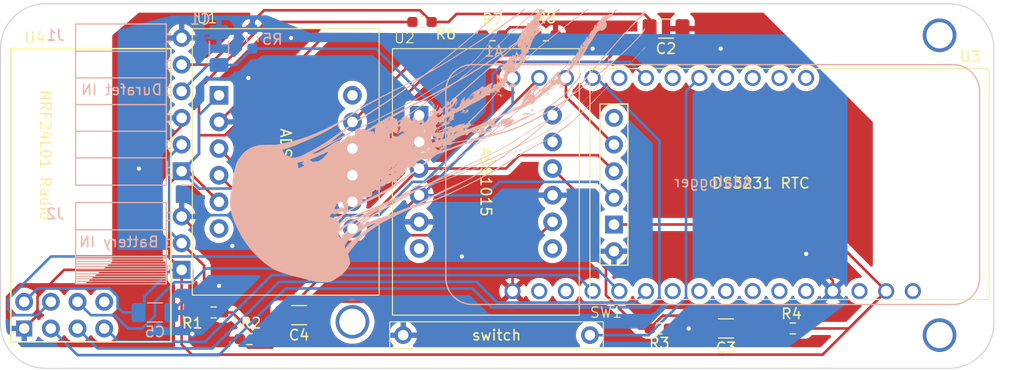
<source format=kicad_pcb>
(kicad_pcb (version 20221018) (generator pcbnew)
  (layers (0 "F.Cu" signal) (31 "B.Cu" signal) (34 "B.Paste" user) (35 "F.Paste" user) (36 "B.SilkS" user "B.Silkscreen") (37 "F.SilkS" user "F.Silkscreen") (38 "B.Mask" user) (39 "F.Mask" user) (44 "Edge.Cuts" user))
  (net 0 "")
  (net 1 "GND")
  (net 2 "Net-(A1-D6)")
  (net 3 "Net-(A1-D10)")
  (net 4 "SCK")
  (net 5 "MOSI")
  (net 6 "MISO")
  (net 8 "pH")
  (net 9 "Net-(U1-AIN3)")
  (net 10 "SDA")
  (net 11 "SCL")
  (net 12 "Net-(U2-AIN0)")
  (net 13 "Net-(U2-AIN2)")
  (net 15 "Net-(A1-D5)")
  (net 16 "Net-(A1-D12)")
  (net 17 "+BATT")
  (net 18 "-BATT")
  (net 37 "RTH_High")
  (footprint "Capacitor_SMD:C_1206_3216Metric_Pad1.33x1.80mm_HandSolder" (layer "F.Cu") (at 129.54 95.25)
    (fp_text reference "C4" (at 0 1.905) (layer "F.SilkS"))
    (fp_text value "C")
    (pad "1" smd roundrect (at -1.5625 0) (size 1.325 1.8) (layers "F.Cu" "F.Paste" "F.Mask") (roundrect_rratio 0.1886792453) (net 12 "Net-(U2-AIN0)"))
    (pad "2" smd roundrect (at 1.5625 0) (size 1.325 1.8) (layers "F.Cu" "F.Paste" "F.Mask") (roundrect_rratio 0.1886792453) (net 1 "GND"))
  )
  (footprint "Library:REED_amelia" (layer "F.Cu") (at 148.336 97.155)
    (fp_text reference "SW1" (at 10.414 -2.159 unlocked) (layer "F.SilkS") (effects (font (thickness 0.1))))
    (fp_text value "SW_Reed")
    (pad "1" thru_hole circle (at -8.89 0 90) (size 1.6764 1.6764) (drill 1) (layers "*.Cu" "*.Mask") (net 1 "GND"))
    (pad "2" thru_hole circle (at 8.89 0 90) (size 1.6764 1.6764) (drill 1) (layers "*.Cu" "*.Mask") (net 16 "Net-(A1-D12)"))
  )
  (footprint "Library:mountinghole_amelia" (layer "F.Cu") (at 190.5 68.58)
    (fp_text reference "REF**" hide)
    (fp_text value "mountinghole_amelia")
    (pad "P$1" thru_hole circle (at 0 0) (size 3.2 3.2) (drill 2.5) (layers "*.Cu" "*.Mask"))
  )
  (footprint "Resistor_SMD:R_0603_1608Metric_Pad0.98x0.95mm_HandSolder" (layer "F.Cu") (at 176.53 96.52 180)
    (fp_text reference "R4" (at 0.127 1.397) (layer "F.SilkS"))
    (fp_text value "R_US")
    (pad "1" smd roundrect (at -0.9125 0 180) (size 0.975 0.95) (layers "F.Cu" "F.Paste" "F.Mask") (net 17 "+BATT"))
    (pad "2" smd roundrect (at 0.9125 0 180) (size 0.975 0.95) (layers "F.Cu" "F.Paste" "F.Mask") (net 13 "Net-(U2-AIN2)"))
  )
  (footprint "Library:ADC_amelia_nomount" (layer "F.Cu") (at 128.27 80.645 -90)
    (fp_text reference "U1" (at -13.716 7.493 unlocked) (layer "F.SilkS") (effects (font (thickness 0.1))))
    (fp_text value "ADS_Ritger")
    (pad "1" thru_hole rect (at -6.35 6.35) (size 1.778 1.778) (drill 1) (layers "*.Cu" "*.Mask") (net 17 "+BATT"))
    (pad "2" thru_hole circle (at -3.81 6.35) (size 1.778 1.778) (drill 1) (layers "*.Cu" "*.Mask") (net 1 "GND"))
    (pad "3" thru_hole circle (at -1.27 6.35) (size 1.778 1.778) (drill 1) (layers "*.Cu" "*.Mask") (net 11 "SCL"))
    (pad "4" thru_hole circle (at 1.27 6.35) (size 1.778 1.778) (drill 1) (layers "*.Cu" "*.Mask") (net 10 "SDA"))
    (pad "5" thru_hole circle (at 3.81 6.35) (size 1.778 1.778) (drill 1) (layers "*.Cu" "*.Mask") (net 17 "+BATT"))
    (pad "6" thru_hole circle (at 6.35 6.35) (size 1.778 1.778) (drill 1) (layers "*.Cu" "*.Mask"))
    (pad "7" thru_hole circle (at -6.35 -6.35) (size 1.778 1.778) (drill 1) (layers "*.Cu" "*.Mask"))
    (pad "8" thru_hole circle (at -3.81 -6.35) (size 1.778 1.778) (drill 1) (layers "*.Cu" "*.Mask") (net 9 "Net-(U1-AIN3)"))
    (pad "9" thru_hole circle (at -1.27 -6.35) (size 1.778 1.778) (drill 1) (layers "*.Cu" "*.Mask") (net 37 "RTH_High"))
    (pad "10" thru_hole circle (at 1.27 -6.35) (size 1.778 1.778) (drill 1) (layers "*.Cu" "*.Mask") (net 1 "GND"))
    (pad "11" thru_hole circle (at 3.81 -6.35) (size 1.778 1.778) (drill 1) (layers "*.Cu" "*.Mask") (net 8 "pH"))
    (pad "12" thru_hole circle (at 6.35 -6.35) (size 1.778 1.778) (drill 1) (layers "*.Cu" "*.Mask"))
  )
  (footprint "Resistor_SMD:R_0603_1608Metric_Pad0.98x0.95mm_HandSolder" (layer "F.Cu") (at 153.035 68.58 180)
    (fp_text reference "R8" (at 0 1.651 180) (layer "F.SilkS"))
    (fp_text value "R_US")
    (pad "1" smd roundrect (at -0.9125 0 180) (size 0.975 0.95) (layers "F.Cu" "F.Paste" "F.Mask") (net 1 "GND"))
    (pad "2" smd roundrect (at 0.9125 0 180) (size 0.975 0.95) (layers "F.Cu" "F.Paste" "F.Mask") (net 9 "Net-(U1-AIN3)"))
  )
  (footprint "Capacitor_SMD:C_1206_3216Metric_Pad1.33x1.80mm_HandSolder" (layer "F.Cu") (at 164.465 67.945)
    (fp_text reference "C2" (at 0 1.905) (layer "F.SilkS"))
    (fp_text value "C")
    (pad "1" smd roundrect (at -1.5625 0) (size 1.325 1.8) (layers "F.Cu" "F.Paste" "F.Mask") (roundrect_rratio 0.1886792453) (net 37 "RTH_High"))
    (pad "2" smd roundrect (at 1.5625 0) (size 1.325 1.8) (layers "F.Cu" "F.Paste" "F.Mask") (roundrect_rratio 0.1886792453) (net 1 "GND"))
  )
  (footprint "Resistor_SMD:R_0603_1608Metric_Pad0.98x0.95mm_HandSolder" (layer "F.Cu") (at 163.83 96.52)
    (fp_text reference "R3" (at 0 1.397) (layer "F.SilkS"))
    (fp_text value "R_US")
    (pad "1" smd roundrect (at -0.9125 0) (size 0.975 0.95) (layers "F.Cu" "F.Paste" "F.Mask") (net 13 "Net-(U2-AIN2)"))
    (pad "2" smd roundrect (at 0.9125 0) (size 0.975 0.95) (layers "F.Cu" "F.Paste" "F.Mask") (net 1 "GND"))
  )
  (footprint "Library:mountinghole_amelia" (layer "F.Cu") (at 190.5 97.155)
    (fp_text reference "REF**" hide)
    (fp_text value "mountinghole_amelia")
    (pad "P$1" thru_hole circle (at 0 0) (size 3.2 3.2) (drill 2.5) (layers "*.Cu" "*.Mask"))
  )
  (footprint "Library:DS3231RTC_amelia" (layer "F.Cu") (at 159.258 73.944)
    (fp_text reference "U3" (at 34.163 -3.332) (layer "F.SilkS"))
    (fp_text value "DS3231MZ")
    (pad "1" thru_hole circle (at 0.254 2.51) (size 1.7 1.7) (drill 1) (layers "*.Cu" "*.Mask"))
    (pad "2" thru_hole oval (at 0.254 5.05) (size 1.7 1.7) (drill 1) (layers "*.Cu" "*.Mask") (net 15 "Net-(A1-D5)"))
    (pad "3" thru_hole oval (at 0.254 7.59) (size 1.7 1.7) (drill 1) (layers "*.Cu" "*.Mask") (net 11 "SCL"))
    (pad "4" thru_hole oval (at 0.254 10.13) (size 1.7 1.7) (drill 1) (layers "*.Cu" "*.Mask") (net 10 "SDA"))
    (pad "5" thru_hole rect (at 0.254 12.67) (size 1.7 1.7) (drill 1) (layers "*.Cu" "*.Mask") (net 17 "+BATT"))
    (pad "6" thru_hole oval (at 0.254 15.21) (size 1.7 1.7) (drill 1) (layers "*.Cu" "*.Mask") (net 1 "GND"))
  )
  (footprint "Library:ADC_amelia_nomount" (layer "F.Cu") (at 147.32 82.55 -90)
    (fp_text reference "U2" (at -13.716 7.747 unlocked) (layer "F.SilkS") (effects (font (thickness 0.1))))
    (fp_text value "ADS_Ritger")
    (pad "1" thru_hole rect (at -6.35 6.35) (size 1.778 1.778) (drill 1) (layers "*.Cu" "*.Mask") (net 17 "+BATT"))
    (pad "2" thru_hole circle (at -3.81 6.35) (size 1.778 1.778) (drill 1) (layers "*.Cu" "*.Mask") (net 1 "GND"))
    (pad "3" thru_hole circle (at -1.27 6.35) (size 1.778 1.778) (drill 1) (layers "*.Cu" "*.Mask") (net 11 "SCL"))
    (pad "4" thru_hole circle (at 1.27 6.35) (size 1.778 1.778) (drill 1) (layers "*.Cu" "*.Mask") (net 10 "SDA"))
    (pad "5" thru_hole circle (at 3.81 6.35) (size 1.778 1.778) (drill 1) (layers "*.Cu" "*.Mask") (net 1 "GND"))
    (pad "6" thru_hole circle (at 6.35 6.35) (size 1.778 1.778) (drill 1) (layers "*.Cu" "*.Mask"))
    (pad "7" thru_hole circle (at -6.35 -6.35) (size 1.778 1.778) (drill 1) (layers "*.Cu" "*.Mask"))
    (pad "8" thru_hole circle (at -3.81 -6.35) (size 1.778 1.778) (drill 1) (layers "*.Cu" "*.Mask"))
    (pad "9" thru_hole circle (at -1.27 -6.35) (size 1.778 1.778) (drill 1) (layers "*.Cu" "*.Mask") (net 13 "Net-(U2-AIN2)"))
    (pad "10" thru_hole circle (at 1.27 -6.35) (size 1.778 1.778) (drill 1) (layers "*.Cu" "*.Mask") (net 1 "GND"))
    (pad "11" thru_hole circle (at 3.81 -6.35) (size 1.778 1.778) (drill 1) (layers "*.Cu" "*.Mask") (net 12 "Net-(U2-AIN0)"))
    (pad "12" thru_hole circle (at 6.35 -6.35) (size 1.778 1.778) (drill 1) (layers "*.Cu" "*.Mask"))
  )
  (footprint "Resistor_SMD:R_0603_1608Metric_Pad0.98x0.95mm_HandSolder" (layer "F.Cu") (at 121.412 94.996)
    (fp_text reference "R1" (at -2.032 1.016) (layer "F.SilkS"))
    (fp_text value "R_US")
    (pad "1" smd roundrect (at -0.9125 0) (size 0.975 0.95) (layers "F.Cu" "F.Paste" "F.Mask") (net 18 "-BATT"))
    (pad "2" smd roundrect (at 0.9125 0) (size 0.975 0.95) (layers "F.Cu" "F.Paste" "F.Mask") (net 12 "Net-(U2-AIN0)"))
  )
  (footprint "Library:mountinghole_amelia" (layer "F.Cu") (at 134.62 95.885)
    (fp_text reference "REF**" hide)
    (fp_text value "mountinghole_amelia")
    (pad "P$1" thru_hole circle (at 0 0) (size 3.2 3.2) (drill 2.5) (layers "*.Cu" "*.Mask"))
  )
  (footprint "Capacitor_SMD:C_1206_3216Metric_Pad1.33x1.80mm_HandSolder" (layer "F.Cu") (at 170.18 96.52 180)
    (fp_text reference "C3" (at 0 -1.85) (layer "F.SilkS"))
    (fp_text value "C")
    (pad "1" smd roundrect (at -1.5625 0 180) (size 1.325 1.8) (layers "F.Cu" "F.Paste" "F.Mask") (roundrect_rratio 0.1886792453) (net 13 "Net-(U2-AIN2)"))
    (pad "2" smd roundrect (at 1.5625 0 180) (size 1.325 1.8) (layers "F.Cu" "F.Paste" "F.Mask") (roundrect_rratio 0.1886792453) (net 1 "GND"))
  )
  (footprint "Resistor_SMD:R_0603_1608Metric_Pad0.98x0.95mm_HandSolder" (layer "F.Cu") (at 147.955 68.58 180)
    (fp_text reference "R7" (at 0 1.524 180) (layer "F.SilkS"))
    (fp_text value "R_US")
    (pad "1" smd roundrect (at -0.9125 0 180) (size 0.975 0.95) (layers "F.Cu" "F.Paste" "F.Mask") (net 9 "Net-(U1-AIN3)"))
    (pad "2" smd roundrect (at 0.9125 0 180) (size 0.975 0.95) (layers "F.Cu" "F.Paste" "F.Mask") (net 17 "+BATT"))
  )
  (footprint "Resistor_SMD:R_0603_1608Metric_Pad0.98x0.95mm_HandSolder" (layer "F.Cu") (at 124.8175 97.536 180)
    (fp_text reference "R2" (at -0.1505 1.524) (layer "F.SilkS"))
    (fp_text value "R_US")
    (pad "1" smd roundrect (at -0.9125 0 180) (size 0.975 0.95) (layers "F.Cu" "F.Paste" "F.Mask") (net 12 "Net-(U2-AIN0)"))
    (pad "2" smd roundrect (at 0.9125 0 180) (size 0.975 0.95) (layers "F.Cu" "F.Paste" "F.Mask") (net 1 "GND"))
  )
  (footprint "Library:NRF24L01Module" (layer "F.Cu") (at 105.918 93.98 90)
    (fp_text reference "U4" (at 25.146 -1.524) (layer "F.SilkS"))
    (fp_text value "NRF24L01_Breakout")
    (pad "1" thru_hole rect (at -2.54 -2.54 90) (size 1.524 1.524) (drill 1) (layers "*.Cu" "*.Mask") (net 1 "GND"))
    (pad "2" thru_hole circle (at 0 -2.54 90) (size 1.7 1.7) (drill 1) (layers "*.Cu" "*.Mask") (net 17 "+BATT"))
    (pad "3" thru_hole circle (at -2.54 0 90) (size 1.7 1.7) (drill 1) (layers "*.Cu" "*.Mask") (net 2 "Net-(A1-D6)"))
    (pad "4" thru_hole circle (at 0 0 90) (size 1.7 1.7) (drill 1) (layers "*.Cu" "*.Mask") (net 3 "Net-(A1-D10)"))
    (pad "5" thru_hole circle (at -2.54 2.54 90) (size 1.7 1.7) (drill 1) (layers "*.Cu" "*.Mask") (net 4 "SCK"))
    (pad "6" thru_hole circle (at 0 2.54 90) (size 1.7 1.7) (drill 1) (layers "*.Cu" "*.Mask") (net 5 "MOSI"))
    (pad "7" thru_hole circle (at -2.54 5.08 90) (size 1.7 1.7) (drill 1) (layers "*.Cu" "*.Mask") (net 6 "MISO"))
    (pad "8" thru_hole circle (at 0 5.08 90) (size 1.7 1.7) (drill 1) (layers "*.Cu" "*.Mask"))
  )
  (footprint "Resistor_SMD:R_0603_1608Metric_Pad0.98x0.95mm_HandSolder" (layer "F.Cu") (at 141.2475 67.31)
    (fp_text reference "R6" (at 2.2625 1.143) (layer "F.SilkS"))
    (fp_text value "R_US")
    (pad "1" smd roundrect (at -0.9125 0) (size 0.975 0.95) (layers "F.Cu" "F.Paste" "F.Mask") (net 17 "+BATT"))
    (pad "2" smd roundrect (at 0.9125 0) (size 0.975 0.95) (layers "F.Cu" "F.Paste" "F.Mask") (net 37 "RTH_High"))
  )
  (footprint "Connector_PinSocket_2.54mm:PinSocket_1x03_P2.54mm_Horizontal" (layer "B.Cu") (at 118.364 90.932)
    (fp_text reference "J2" (at -12.02 -5.334 -360) (layer "B.SilkS") (effects (justify mirror)))
    (fp_text value "Conn_01x03_Pin")
    (pad "1" thru_hole rect (at 0 0) (size 1.7 1.7) (drill 1) (layers "*.Cu" "*.Mask") (net 17 "+BATT"))
    (pad "2" thru_hole oval (at 0 -2.54) (size 1.7 1.7) (drill 1) (layers "*.Cu" "*.Mask") (net 18 "-BATT"))
    (pad "3" thru_hole oval (at 0 -5.08) (size 1.7 1.7) (drill 1) (layers "*.Cu" "*.Mask") (net 1 "GND"))
  )
  (footprint "Resistor_SMD:R_0603_1608Metric_Pad0.98x0.95mm_HandSolder" (layer "B.Cu") (at 125.095 68.9375 90)
    (fp_text reference "R5" (at -0.0235 1.905) (layer "B.SilkS") (effects (justify mirror)))
    (fp_text value "R_US")
    (pad "1" smd roundrect (at -0.9125 0 90) (size 0.975 0.95) (layers "B.Cu" "B.Paste" "B.Mask") (net 8 "pH"))
    (pad "2" smd roundrect (at 0.9125 0 90) (size 0.975 0.95) (layers "B.Cu" "B.Paste" "B.Mask") (net 1 "GND"))
  )
  (footprint "Library:Adalogger_amelia_nomount" (layer "B.Cu") (at 168.91 82.804 180)
    (fp_text reference "A1" (at 20.828 12.7) (layer "B.SilkS") (effects (justify mirror)))
    (fp_text value "Adafruit_Feather_M0_Adalogger")
    (pad "1" thru_hole circle (at -19.05 -10.16 180) (size 1.53 1.53) (drill 1.02) (layers "*.Cu" "*.Mask"))
    (pad "2" thru_hole circle (at -16.51 -10.16 180) (size 1.53 1.53) (drill 1.02) (layers "*.Cu" "*.Mask") (net 17 "+BATT"))
    (pad "3" thru_hole circle (at -13.97 -10.16 180) (size 1.53 1.53) (drill 1.02) (layers "*.Cu" "*.Mask"))
    (pad "4" thru_hole circle (at -11.43 -10.16 180) (size 1.53 1.53) (drill 1.02) (layers "*.Cu" "*.Mask") (net 1 "GND"))
    (pad "5" thru_hole circle (at -8.89 -10.16 180) (size 1.53 1.53) (drill 1.02) (layers "*.Cu" "*.Mask"))
    (pad "6" thru_hole circle (at -6.35 -10.16 180) (size 1.53 1.53) (drill 1.02) (layers "*.Cu" "*.Mask"))
    (pad "7" thru_hole circle (at -3.81 -10.16 180) (size 1.53 1.53) (drill 1.02) (layers "*.Cu" "*.Mask"))
    (pad "8" thru_hole circle (at -1.27 -10.16 180) (size 1.53 1.53) (drill 1.02) (layers "*.Cu" "*.Mask"))
    (pad "9" thru_hole circle (at 1.27 -10.16 180) (size 1.53 1.53) (drill 1.02) (layers "*.Cu" "*.Mask"))
    (pad "10" thru_hole circle (at 3.81 -10.16 180) (size 1.53 1.53) (drill 1.02) (layers "*.Cu" "*.Mask"))
    (pad "11" thru_hole circle (at 6.35 -10.16 180) (size 1.53 1.53) (drill 1.02) (layers "*.Cu" "*.Mask") (net 4 "SCK"))
    (pad "12" thru_hole circle (at 8.89 -10.16 180) (size 1.53 1.53) (drill 1.02) (layers "*.Cu" "*.Mask") (net 5 "MOSI"))
    (pad "13" thru_hole circle (at 11.43 -10.16 180) (size 1.53 1.53) (drill 1.02) (layers "*.Cu" "*.Mask") (net 6 "MISO"))
    (pad "14" thru_hole circle (at 13.97 -10.16 180) (size 1.53 1.53) (drill 1.02) (layers "*.Cu" "*.Mask"))
    (pad "15" thru_hole circle (at 16.51 -10.16 180) (size 1.53 1.53) (drill 1.02) (layers "*.Cu" "*.Mask"))
    (pad "16" thru_hole circle (at 19.05 -10.16 180) (size 1.53 1.53) (drill 1.02) (layers "*.Cu" "*.Mask") (net 1 "GND"))
    (pad "17" thru_hole circle (at 19.05 10.16 180) (size 1.53 1.53) (drill 1.02) (layers "*.Cu" "*.Mask") (net 10 "SDA"))
    (pad "18" thru_hole circle (at 16.51 10.16 180) (size 1.53 1.53) (drill 1.02) (layers "*.Cu" "*.Mask") (net 11 "SCL"))
    (pad "19" thru_hole circle (at 13.97 10.16 180) (size 1.53 1.53) (drill 1.02) (layers "*.Cu" "*.Mask") (net 15 "Net-(A1-D5)"))
    (pad "20" thru_hole circle (at 11.43 10.16 180) (size 1.53 1.53) (drill 1.02) (layers "*.Cu" "*.Mask") (net 2 "Net-(A1-D6)"))
    (pad "21" thru_hole circle (at 8.89 10.16 180) (size 1.53 1.53) (drill 1.02) (layers "*.Cu" "*.Mask"))
    (pad "22" thru_hole circle (at 6.35 10.16 180) (size 1.53 1.53) (drill 1.02) (layers "*.Cu" "*.Mask") (net 3 "Net-(A1-D10)"))
    (pad "23" thru_hole circle (at 3.81 10.16 180) (size 1.53 1.53) (drill 1.02) (layers "*.Cu" "*.Mask"))
    (pad "24" thru_hole circle (at 1.27 10.16 180) (size 1.53 1.53) (drill 1.02) (layers "*.Cu" "*.Mask") (net 16 "Net-(A1-D12)"))
    (pad "25" thru_hole circle (at -1.27 10.16 180) (size 1.53 1.53) (drill 1.02) (layers "*.Cu" "*.Mask"))
    (pad "26" thru_hole circle (at -3.81 10.16 180) (size 1.53 1.53) (drill 1.02) (layers "*.Cu" "*.Mask"))
    (pad "27" thru_hole circle (at -6.35 10.16 180) (size 1.53 1.53) (drill 1.02) (layers "*.Cu" "*.Mask"))
    (pad "28" thru_hole circle (at -8.89 10.16 180) (size 1.53 1.53) (drill 1.02) (layers "*.Cu" "*.Mask"))
  )
  (footprint "Capacitor_SMD:C_1206_3216Metric_Pad1.33x1.80mm_HandSolder" (layer "B.Cu") (at 115.824 94.996)
    (fp_text reference "C5" (at 0 1.85 180) (layer "B.SilkS") (effects (justify mirror)))
    (fp_text value "C")
    (pad "1" smd roundrect (at -1.5625 0) (size 1.325 1.8) (layers "B.Cu" "B.Paste" "B.Mask") (roundrect_rratio 0.1886792453) (net 17 "+BATT"))
    (pad "2" smd roundrect (at 1.5625 0) (size 1.325 1.8) (layers "B.Cu" "B.Paste" "B.Mask") (roundrect_rratio 0.1886792453) (net 1 "GND"))
  )
  (footprint "Library:jelly" (layer "B.Cu") (at 141.224 78.486)
    (fp_text reference "REF**" hide)
    (fp_text value "jelly" hide)
  )
  (footprint "Connector_PinSocket_2.54mm:PinSocket_1x06_P2.54mm_Horizontal" (layer "B.Cu") (at 118.364 81.534)
    (fp_text reference "J1" (at -12.02 -12.954) (layer "B.SilkS") (effects (justify mirror)))
    (fp_text value "Conn_01x06_Pin")
    (pad "1" thru_hole rect (at 0 0) (size 1.7 1.7) (drill 1) (layers "*.Cu" "*.Mask") (net 17 "+BATT"))
    (pad "2" thru_hole oval (at 0 -2.54) (size 1.7 1.7) (drill 1) (layers "*.Cu" "*.Mask") (net 18 "-BATT"))
    (pad "3" thru_hole oval (at 0 -5.08) (size 1.7 1.7) (drill 1) (layers "*.Cu" "*.Mask") (net 1 "GND"))
    (pad "4" thru_hole oval (at 0 -7.62) (size 1.7 1.7) (drill 1) (layers "*.Cu" "*.Mask") (net 8 "pH"))
    (pad "5" thru_hole oval (at 0 -10.16) (size 1.7 1.7) (drill 1) (layers "*.Cu" "*.Mask") (net 37 "RTH_High"))
    (pad "6" thru_hole oval (at 0 -12.7) (size 1.7 1.7) (drill 1) (layers "*.Cu" "*.Mask") (net 1 "GND"))
  )
  (footprint "Capacitor_SMD:C_1206_3216Metric_Pad1.33x1.80mm_HandSolder" (layer "B.Cu") (at 121.92 69.85 90)
    (fp_text reference "C1" (at 2.794 -1.778) (layer "B.SilkS") (effects (justify mirror)))
    (fp_text value "C")
    (pad "1" smd roundrect (at -1.5625 0 90) (size 1.325 1.8) (layers "B.Cu" "B.Paste" "B.Mask") (roundrect_rratio 0.1886792453) (net 8 "pH"))
    (pad "2" smd roundrect (at 1.5625 0 90) (size 1.325 1.8) (layers "B.Cu" "B.Paste" "B.Mask") (roundrect_rratio 0.1886792453) (net 1 "GND"))
  )
  (gr_line (start 101.127417 69.853583) (end 101.127417 96.037166) (stroke (width 0.1)) (layer "Edge.Cuts"))
  (gr_line (start 191.386417 65.573583) (end 105.407417 65.573583) (stroke (width 0.1)) (layer "Edge.Cuts"))
  (gr_line (start 105.407417 100.317166) (end 191.387417 100.317166) (stroke (width 0.1)) (layer "Edge.Cuts"))
  (gr_arc (start 195.663834 96.040749) (mid 194.4113 99.064632) (end 191.387417 100.317166) (stroke (width 0.1)) (layer "Edge.Cuts"))
  (gr_arc (start 101.127417 69.853583) (mid 102.381 66.827166) (end 105.407417 65.573583) (stroke (width 0.1)) (layer "Edge.Cuts"))
  (gr_arc (start 105.407417 100.317166) (mid 102.381006 99.063582) (end 101.127417 96.037166) (stroke (width 0.1)) (layer "Edge.Cuts"))
  (gr_arc (start 191.386417 65.573583) (mid 194.412834 66.827166) (end 195.666417 69.853583) (stroke (width 0.1)) (layer "Edge.Cuts"))
  (gr_line (start 195.666417 69.853583) (end 195.666417 96.037166) (stroke (width 0.1)) (layer "Edge.Cuts"))
  (gr_text "Battery IN" (at 112.395 88.265) (layer "B.SilkS") (effects (font (size 1 1)) (justify mirror)))
  (gr_text "Durafet IN" (at 112.65 73.77) (layer "B.SilkS") (effects (font (size 1 1)) (justify mirror)))
  (gr_text "Adalogger" (at 168.91 82.55) (layer "B.SilkS") (effects (font (size 1 1)) (justify mirror)))
  (gr_text "ADS1015" (at 147.32 82.55 -90) (layer "F.SilkS") (effects (font (size 1 1))))
  (gr_text "DS3231 RTC" (at 173.482 82.677) (layer "F.SilkS") (effects (font (size 1 1))))
  (gr_text "NRF24L01 Radio" (at 105.41 80.01 270) (layer "F.SilkS") (effects (font (size 1 1))))
  (gr_text "ADS1115" (at 128.27 80.772 270) (layer "F.SilkS") (effects (font (size 1 1))))
  (gr_text "switch" (at 148.336 97.155) (layer "F.SilkS") (effects (font (size 1 1))))
  (segment (start 114.3 89.662) (end 113.03 90.932) (width 0.25) (layer "F.Cu") (net 1))
  (segment (start 113.03 90.932) (end 107.188 90.932) (width 0.25) (layer "F.Cu") (net 1))
  (segment (start 131.1025 95.25) (end 130.048 95.25) (width 0.25) (layer "F.Cu") (net 1))
  (segment (start 118.364 76.454) (end 118.364 77.216) (width 0.25) (layer "F.Cu") (net 1))
  (segment (start 121.158 88.646) (end 118.364 85.852) (width 0.25) (layer "F.Cu") (net 1))
  (segment (start 180.34 91.948) (end 177.8 89.408) (width 0.25) (layer "F.Cu") (net 1))
  (segment (start 145.034 89.662) (end 140.736 93.96) (width 0.25) (layer "F.Cu") (net 1))
  (segment (start 168.6175 96.52) (end 166.624 96.52) (width 0.25) (layer "F.Cu") (net 1))
  (segment (start 149.86 90.932) (end 149.86 92.964) (width 0.25) (layer "F.Cu") (net 1))
  (segment (start 164.7425 96.52) (end 166.624 96.52) (width 0.25) (layer "F.Cu") (net 1))
  (segment (start 147.32 86.36) (end 149.86 83.82) (width 0.25) (layer "F.Cu") (net 1))
  (segment (start 104.648 93.472) (end 104.648 95.25) (width 0.25) (layer "F.Cu") (net 1))
  (segment (start 123.19 88.646) (end 121.158 88.646) (width 0.25) (layer "F.Cu") (net 1))
  (segment (start 119.38 97.028) (end 119.888 97.536) (width 0.25) (layer "F.Cu") (net 1))
  (segment (start 114.3 81.28) (end 114.3 89.662) (width 0.25) (layer "F.Cu") (net 1))
  (segment (start 124.714 74.041) (end 121.92 76.835) (width 0.25) (layer "F.Cu") (net 1))
  (segment (start 148.59 89.662) (end 149.86 90.932) (width 0.25) (layer "F.Cu") (net 1))
  (segment (start 131.1025 95.25) (end 132.3925 93.96) (width 0.25) (layer "F.Cu") (net 1))
  (segment (start 118.364 77.216) (end 114.3 81.28) (width 0.25) (layer "F.Cu") (net 1))
  (segment (start 156.21 68.58) (end 157.48 69.85) (width 0.25) (layer "F.Cu") (net 1))
  (segment (start 124.714 72.644) (end 124.714 74.041) (width 0.25) (layer "F.Cu") (net 1))
  (segment (start 166.0275 67.945) (end 167.767 67.945) (width 0.25) (layer "F.Cu") (net 1))
  (segment (start 140.97 86.36) (end 147.32 86.36) (width 0.25) (layer "F.Cu") (net 1))
  (segment (start 167.767 67.945) (end 169.672 69.85) (width 0.25) (layer "F.Cu") (net 1))
  (segment (start 126.962 98.336) (end 127.762 97.536) (width 0.25) (layer "F.Cu") (net 1))
  (segment (start 130.048 95.25) (end 127.762 97.536) (width 0.25) (layer "F.Cu") (net 1))
  (segment (start 140.736 93.96) (end 132.3925 93.96) (width 0.25) (layer "F.Cu") (net 1))
  (segment (start 153.9475 68.58) (end 156.21 68.58) (width 0.25) (layer "F.Cu") (net 1))
  (segment (start 123.905 97.536) (end 124.705 98.336) (width 0.25) (layer "F.Cu") (net 1))
  (segment (start 107.188 90.932) (end 104.648 93.472) (width 0.25) (layer "F.Cu") (net 1))
  (segment (start 104.648 95.25) (end 103.378 96.52) (width 0.25) (layer "F.Cu") (net 1))
  (segment (start 153.67 83.82) (end 149.86 83.82) (width 0.25) (layer "F.Cu") (net 1))
  (segment (start 180.34 92.964) (end 180.34 91.948) (width 0.25) (layer "F.Cu") (net 1))
  (segment (start 124.705 98.336) (end 126.962 98.336) (width 0.25) (layer "F.Cu") (net 1))
  (segment (start 145.669 97.155) (end 149.86 92.964) (width 0.25) (layer "F.Cu") (net 1))
  (segment (start 139.446 97.155) (end 145.669 97.155) (width 0.25) (layer "F.Cu") (net 1))
  (segment (start 145.034 89.662) (end 148.59 89.662) (width 0.25) (layer "F.Cu") (net 1))
  (segment (start 119.888 97.536) (end 123.905 97.536) (width 0.25) (layer "F.Cu") (net 1))
  (via (at 123.19 88.646) (size 0.8) (drill 0.4) (layers "F.Cu" "B.Cu") (net 1))
  (via (at 169.672 69.85) (size 0.8) (drill 0.4) (layers "F.Cu" "B.Cu") (net 1))
  (via (at 166.624 96.52) (size 0.8) (drill 0.4) (layers "F.Cu" "B.Cu") (net 1))
  (via (at 157.48 69.85) (size 0.8) (drill 0.4) (layers "F.Cu" "B.Cu") (net 1))
  (via (at 121.92 92.456) (size 0.8) (drill 0.4) (layers "F.Cu" "B.Cu") (net 1))
  (via (at 124.714 72.644) (size 0.8) (drill 0.4) (layers "F.Cu" "B.Cu") (net 1))
  (via (at 114.3 81.28) (size 0.8) (drill 0.4) (layers "F.Cu" "B.Cu") (net 1))
  (via (at 119.38 97.028) (size 0.8) (drill 0.4) (layers "F.Cu" "B.Cu") (net 1))
  (via (at 177.8 89.408) (size 0.8) (drill 0.4) (layers "F.Cu" "B.Cu") (net 1))
  (via (at 145.034 89.662) (size 0.8) (drill 0.4) (layers "F.Cu" "B.Cu") (net 1))
  (via (at 128.778 68.834) (size 0.8) (drill 0.4) (layers "F.Cu" "B.Cu") (net 1))
  (segment (start 130.81 85.725) (end 118.491 85.725) (width 0.25) (layer "B.Cu") (net 1))
  (segment (start 134.62 81.915) (end 130.81 85.725) (width 0.25) (layer "B.Cu") (net 1))
  (segment (start 134.62 81.915) (end 136.906 81.915) (width 0.25) (layer "B.Cu") (net 1))
  (segment (start 127.969 68.025) (end 125.095 68.025) (width 0.25) (layer "B.Cu") (net 1))
  (segment (start 121.3735 68.834) (end 121.92 68.2875) (width 0.25) (layer "B.Cu") (net 1))
  (segment (start 136.906 81.915) (end 140.081 78.74) (width 0.25) (layer "B.Cu") (net 1))
  (segment (start 121.92 92.456) (end 119.888 92.456) (width 0.25) (layer "B.Cu") (net 1))
  (segment (start 140.081 78.74) (end 140.97 78.74) (width 0.25) (layer "B.Cu") (net 1))
  (segment (start 119.888 92.456) (end 117.3865 94.9575) (width 0.25) (layer "B.Cu") (net 1))
  (segment (start 118.364 68.834) (end 121.3735 68.834) (width 0.25) (layer "B.Cu") (net 1))
  (segment (start 128.778 68.834) (end 127.969 68.025) (width 0.25) (layer "B.Cu") (net 1))
  (segment (start 125.095 68.025) (end 122.1825 68.025) (width 0.25) (layer "B.Cu") (net 1))
  (segment (start 157.861 72.644) (end 163.83 78.613) (width 0.25) (layer "B.Cu") (net 2))
  (segment (start 163.83 78.613) (end 163.83 93.599) (width 0.25) (layer "B.Cu") (net 2))
  (segment (start 147.844 94.504) (end 146.05 92.71) (width 0.25) (layer "B.Cu") (net 2))
  (segment (start 121.92 99.06) (end 108.458 99.06) (width 0.25) (layer "B.Cu") (net 2))
  (segment (start 108.458 99.06) (end 105.918 96.52) (width 0.25) (layer "B.Cu") (net 2))
  (segment (start 128.27 92.71) (end 121.92 99.06) (width 0.25) (layer "B.Cu") (net 2))
  (segment (start 162.925 94.504) (end 147.844 94.504) (width 0.25) (layer "B.Cu") (net 2))
  (segment (start 146.05 92.71) (end 128.27 92.71) (width 0.25) (layer "B.Cu") (net 2))
  (segment (start 163.83 93.599) (end 162.925 94.504) (width 0.25) (layer "B.Cu") (net 2))
  (segment (start 137.16 85.725) (end 140.335 82.55) (width 0.25) (layer "B.Cu") (net 3))
  (segment (start 133.985 85.725) (end 137.16 85.725) (width 0.25) (layer "B.Cu") (net 3))
  (segment (start 102.362 95.25) (end 101.854 94.742) (width 0.25) (layer "B.Cu") (net 3))
  (segment (start 104.648 95.25) (end 102.362 95.25) (width 0.25) (layer "B.Cu") (net 3))
  (segment (start 149.151 71.12) (end 161.036 71.12) (width 0.25) (layer "B.Cu") (net 3))
  (segment (start 130.048 89.662) (end 133.985 85.725) (width 0.25) (layer "B.Cu") (net 3))
  (segment (start 140.335 82.55) (end 141.478 82.55) (width 0.25) (layer "B.Cu") (net 3))
  (segment (start 101.854 94.742) (end 101.854 93.726) (width 0.25) (layer "B.Cu") (net 3))
  (segment (start 105.918 89.662) (end 130.048 89.662) (width 0.25) (layer "B.Cu") (net 3))
  (segment (start 105.918 93.98) (end 104.648 95.25) (width 0.25) (layer "B.Cu") (net 3))
  (segment (start 147.955 76.073) (end 147.955 72.316) (width 0.25) (layer "B.Cu") (net 3))
  (segment (start 141.478 82.55) (end 147.955 76.073) (width 0.25) (layer "B.Cu") (net 3))
  (segment (start 161.036 71.12) (end 162.56 72.644) (width 0.25) (layer "B.Cu") (net 3))
  (segment (start 147.955 72.316) (end 149.151 71.12) (width 0.25) (layer "B.Cu") (net 3))
  (segment (start 101.854 93.726) (end 105.918 89.662) (width 0.25) (layer "B.Cu") (net 3))
  (segment (start 127.635 92.075) (end 146.425654 92.075) (width 0.25) (layer "B.Cu") (net 4))
  (segment (start 110.363 98.425) (end 121.285 98.425) (width 0.25) (layer "B.Cu") (net 4))
  (segment (start 161.47 94.054) (end 162.56 92.964) (width 0.25) (layer "B.Cu") (net 4))
  (segment (start 108.458 96.52) (end 110.363 98.425) (width 0.25) (layer "B.Cu") (net 4))
  (segment (start 148.404654 94.054) (end 161.47 94.054) (width 0.25) (layer "B.Cu") (net 4))
  (segment (start 146.425654 92.075) (end 148.404654 94.054) (width 0.25) (layer "B.Cu") (net 4))
  (segment (start 121.285 98.425) (end 127.635 92.075) (width 0.25) (layer "B.Cu") (net 4))
  (segment (start 120.65062 90.805) (end 157.861 90.805) (width 0.25) (layer "B.Cu") (net 5))
  (segment (start 119.34862 92.107) (end 120.65062 90.805) (width 0.25) (layer "B.Cu") (net 5))
  (segment (start 115.824 93.98) (end 117.697 92.107) (width 0.25) (layer "B.Cu") (net 5))
  (segment (start 109.728 95.25) (end 112.014 95.25) (width 0.25) (layer "B.Cu") (net 5))
  (segment (start 117.697 92.107) (end 119.34862 92.107) (width 0.25) (layer "B.Cu") (net 5))
  (segment (start 114.613174 96.52) (end 115.824 95.309174) (width 0.25) (layer "B.Cu") (net 5))
  (segment (start 108.458 93.98) (end 109.728 95.25) (width 0.25) (layer "B.Cu") (net 5))
  (segment (start 113.284 96.52) (end 114.613174 96.52) (width 0.25) (layer "B.Cu") (net 5))
  (segment (start 112.014 95.25) (end 113.284 96.52) (width 0.25) (layer "B.Cu") (net 5))
  (segment (start 157.861 90.805) (end 160.02 92.964) (width 0.25) (layer "B.Cu") (net 5))
  (segment (start 115.824 95.309174) (end 115.824 93.98) (width 0.25) (layer "B.Cu") (net 5))
  (segment (start 112.395 97.79) (end 120.584597 97.79) (width 0.25) (layer "B.Cu") (net 6))
  (segment (start 126.934597 91.44) (end 155.956 91.44) (width 0.25) (layer "B.Cu") (net 6))
  (segment (start 155.956 91.44) (end 157.48 92.964) (width 0.25) (layer "B.Cu") (net 6))
  (segment (start 120.584597 97.79) (end 126.934597 91.44) (width 0.25) (layer "B.Cu") (net 6))
  (segment (start 111.125 96.52) (end 112.395 97.79) (width 0.25) (layer "B.Cu") (net 6))
  (segment (start 140.429933 80.01) (end 136.111933 84.328) (width 0.25) (layer "B.Cu") (net 8))
  (segment (start 142.494 79.052874) (end 141.536874 80.01) (width 0.25) (layer "B.Cu") (net 8))
  (segment (start 141.536874 80.01) (end 140.429933 80.01) (width 0.25) (layer "B.Cu") (net 8))
  (segment (start 121.92 71.4125) (end 123.5325 71.4125) (width 0.25) (layer "B.Cu") (net 8))
  (segment (start 125.095 69.85) (end 136.85762 69.85) (width 0.25) (layer "B.Cu") (net 8))
  (segment (start 120.8655 71.4125) (end 118.364 73.914) (width 0.25) (layer "B.Cu") (net 8))
  (segment (start 123.5325 71.4125) (end 125.095 69.85) (width 0.25) (layer "B.Cu") (net 8))
  (segment (start 142.494 75.48638) (end 142.494 79.052874) (width 0.25) (layer "B.Cu") (net 8))
  (segment (start 136.85762 69.85) (end 142.494 75.48638) (width 0.25) (layer "B.Cu") (net 8))
  (segment (start 121.92 71.4125) (end 120.8655 71.4125) (width 0.25) (layer "B.Cu") (net 8))
  (segment (start 136.111933 84.328) (end 134.747 84.328) (width 0.25) (layer "B.Cu") (net 8))
  (segment (start 151.003 70.485) (end 140.97 70.485) (width 0.25) (layer "F.Cu") (net 9))
  (segment (start 152.1225 68.58) (end 151.3605 67.818) (width 0.25) (layer "F.Cu") (net 9))
  (segment (start 152.1225 68.58) (end 152.1225 69.3655) (width 0.25) (layer "F.Cu") (net 9))
  (segment (start 140.97 70.485) (end 134.62 76.835) (width 0.25) (layer "F.Cu") (net 9))
  (segment (start 152.1225 69.3655) (end 151.003 70.485) (width 0.25) (layer "F.Cu") (net 9))
  (segment (start 149.6295 67.818) (end 148.8675 68.58) (width 0.25) (layer "F.Cu") (net 9))
  (segment (start 151.3605 67.818) (end 149.6295 67.818) (width 0.25) (layer "F.Cu") (net 9))
  (segment (start 136.525 88.265) (end 140.97 83.82) (width 0.25) (layer "F.Cu") (net 10))
  (segment (start 128.27 88.265) (end 136.525 88.265) (width 0.25) (layer "F.Cu") (net 10))
  (segment (start 121.92 81.915) (end 128.27 88.265) (width 0.25) (layer "F.Cu") (net 10))
  (segment (start 149.86 75.184) (end 141.224 83.82) (width 0.25) (layer "B.Cu") (net 10))
  (segment (start 159.512 84.074) (end 157.988 82.55) (width 0.25) (layer "B.Cu") (net 10))
  (segment (start 157.988 82.55) (end 148.59 82.55) (width 0.25) (layer "B.Cu") (net 10))
  (segment (start 149.86 72.644) (end 149.86 75.184) (width 0.25) (layer "B.Cu") (net 10))
  (segment (start 148.59 82.55) (end 147.32 83.82) (width 0.25) (layer "B.Cu") (net 10))
  (segment (start 147.32 83.82) (end 140.97 83.82) (width 0.25) (layer "B.Cu") (net 10))
  (segment (start 152.4 72.644) (end 143.764 81.28) (width 0.25) (layer "F.Cu") (net 11))
  (segment (start 150.495 80.01) (end 157.988 80.01) (width 0.25) (layer "F.Cu") (net 11))
  (segment (start 140.97 81.28) (end 149.225 81.28) (width 0.25) (layer "F.Cu") (net 11))
  (segment (start 136.525 85.725) (end 140.97 81.28) (width 0.25) (layer "F.Cu") (net 11))
  (segment (start 143.764 81.28) (end 140.97 81.28) (width 0.25) (layer "F.Cu") (net 11))
  (segment (start 121.92 79.375) (end 128.27 85.725) (width 0.25) (layer "F.Cu") (net 11))
  (segment (start 149.225 81.28) (end 150.495 80.01) (width 0.25) (layer "F.Cu") (net 11))
  (segment (start 128.27 85.725) (end 136.525 85.725) (width 0.25) (layer "F.Cu") (net 11))
  (segment (start 157.988 80.01) (end 159.512 81.534) (width 0.25) (layer "F.Cu") (net 11))
  (segment (start 127.9775 95.25) (end 133.8195 89.408) (width 0.25) (layer "F.Cu") (net 12))
  (segment (start 123.19 94.996) (end 125.73 97.536) (width 0.25) (layer "F.Cu") (net 12))
  (segment (start 125.73 97.4975) (end 127.9775 95.25) (width 0.25) (layer "F.Cu") (net 12))
  (segment (start 136.652 89.408) (end 138.43 87.63) (width 0.25) (layer "F.Cu") (net 12))
  (segment (start 152.4 87.63) (end 153.67 86.36) (width 0.25) (layer "F.Cu") (net 12))
  (segment (start 138.43 87.63) (end 152.4 87.63) (width 0.25) (layer "F.Cu") (net 12))
  (segment (start 133.8195 89.408) (end 136.652 89.408) (width 0.25) (layer "F.Cu") (net 12))
  (segment (start 122.3245 94.996) (end 123.19 94.996) (width 0.25) (layer "F.Cu") (net 12))
  (segment (start 155.575 87.628604) (end 155.575 83.185) (width 0.25) (layer "F.Cu") (net 13))
  (segment (start 158.75 90.803604) (end 155.575 87.628604) (width 0.25) (layer "F.Cu") (net 13))
  (segment (start 161.925 96.52) (end 158.75 93.345) (width 0.25) (layer "F.Cu") (net 13))
  (segment (start 158.75 93.345) (end 158.75 90.803604) (width 0.25) (layer "F.Cu") (net 13))
  (segment (start 170.5175 95.295) (end 164.1425 95.295) (width 0.25) (layer "F.Cu") (net 13))
  (segment (start 175.6175 96.52) (end 171.7425 96.52) (width 0.25) (layer "F.Cu") (net 13))
  (segment (start 155.575 83.185) (end 153.67 81.28) (width 0.25) (layer "F.Cu") (net 13))
  (segment (start 164.1425 95.295) (end 162.9175 96.52) (width 0.25) (layer "F.Cu") (net 13))
  (segment (start 162.9175 96.52) (end 161.925 96.52) (width 0.25) (layer "F.Cu") (net 13))
  (segment (start 171.7425 96.52) (end 170.5175 95.295) (width 0.25) (layer "F.Cu") (net 13))
  (segment (start 159.512 78.994) (end 154.94 74.422) (width 0.25) (layer "F.Cu") (net 15))
  (segment (start 154.94 74.422) (end 154.94 72.644) (width 0.25) (layer "F.Cu") (net 15))
  (segment (start 166.37 73.914) (end 167.64 72.644) (width 0.25) (layer "B.Cu") (net 16))
  (segment (start 162.803692 97.155) (end 166.37 93.588692) (width 0.25) (layer "B.Cu") (net 16))
  (segment (start 166.37 93.588692) (end 166.37 73.914) (width 0.25) (layer "B.Cu") (net 16))
  (segment (start 157.226 97.155) (end 162.803692 97.155) (width 0.25) (layer "B.Cu") (net 16))
  (segment (start 122.486874 78.105) (end 120.015 78.105) (width 0.25) (layer "F.Cu") (net 17))
  (segment (start 126.365 67.31) (end 140.335 67.31) (width 0.25) (layer "F.Cu") (net 17))
  (segment (start 185.42 92.964) (end 179.369 99.015) (width 0.25) (layer "F.Cu") (net 17))
  (segment (start 118.999 81.534) (end 121.92 84.455) (width 0.25) (layer "F.Cu") (net 17))
  (segment (start 120.015 79.883) (end 118.364 81.534) (width 0.25) (layer "F.Cu") (net 17))
  (segment (start 179.07 86.614) (end 159.512 86.614) (width 0.25) (layer "F.Cu") (net 17))
  (segment (start 147.0425 68.58) (end 132.011874 68.58) (width 0.25) (layer "F.Cu") (net 17))
  (segment (start 179.369 99.015) (end 119.335 99.015) (width 0.25) (layer "F.Cu") (net 17))
  (segment (start 120.015 78.105) (end 120.015 73.66) (width 0.25) (layer "F.Cu") (net 17))
  (segment (start 117.189 89.757) (end 117.189 82.709) (width 0.25) (layer "F.Cu") (net 17))
  (segment (start 132.011874 68.58) (end 122.486874 78.105) (width 0.25) (layer "F.Cu") (net 17))
  (segment (start 181.864 96.52) (end 185.42 92.964) (width 0.25) (layer "F.Cu") (net 17))
  (segment (start 120.015 73.66) (end 126.365 67.31) (width 0.25) (layer "F.Cu") (net 17))
  (segment (start 118.364 98.044) (end 118.364 90.932) (width 0.25) (layer "F.Cu") (net 17))
  (segment (start 119.335 99.015) (end 118.364 98.044) (width 0.25) (layer "F.Cu") (net 17))
  (segment (start 185.42 92.964) (end 179.07 86.614) (width 0.25) (layer "F.Cu") (net 17))
  (segment (start 120.015 78.105) (end 120.015 79.883) (width 0.25) (layer "F.Cu") (net 17))
  (segment (start 118.364 90.932) (end 117.189 89.757) (width 0.25) (layer "F.Cu") (net 17))
  (segment (start 177.4425 96.52) (end 181.864 96.52) (width 0.25) (layer "F.Cu") (net 17))
  (segment (start 117.189 82.709) (end 118.364 81.534) (width 0.25) (layer "F.Cu") (net 17))
  (segment (start 120.015 79.883) (end 120.015 76.2) (width 0.25) (layer "B.Cu") (net 17))
  (segment (start 112.268 93.472) (end 111.506 92.71) (width 0.25) (layer "B.Cu") (net 17))
  (segment (start 118.364 81.534) (end 120.015 83.185) (width 0.25) (layer "B.Cu") (net 17))
  (segment (start 118.364 81.534) (end 120.015 79.883) (width 0.25) (layer "B.Cu") (net 17))
  (segment (start 111.506 92.71) (end 104.648 92.71) (width 0.25) (layer "B.Cu") (net 17))
  (segment (start 114.808 94.488) (end 114.808 93.472) (width 0.25) (layer "B.Cu") (net 17))
  (segment (start 134.079933 80.645) (end 136.525 80.645) (width 0.25) (layer "B.Cu") (net 17))
  (segment (start 120.015 83.185) (end 131.539933 83.185) (width 0.25) (layer "B.Cu") (net 17))
  (segment (start 114.808 93.472) (end 117.348 90.932) (width 0.25) (layer "B.Cu") (net 17))
  (segment (start 136.525 80.645) (end 140.97 76.2) (width 0.25) (layer "B.Cu") (net 17))
  (segment (start 120.015 76.2) (end 121.92 74.295) (width 0.25) (layer "B.Cu") (net 17))
  (segment (start 131.539933 83.185) (end 134.079933 80.645) (width 0.25) (layer "B.Cu") (net 17))
  (segment (start 114.3 94.996) (end 114.808 94.488) (width 0.25) (layer "B.Cu") (net 17))
  (segment (start 104.648 92.71) (end 103.378 93.98) (width 0.25) (layer "B.Cu") (net 17))
  (segment (start 112.268 94.488) (end 112.268 93.472) (width 0.25) (layer "B.Cu") (net 17))
  (segment (start 114.2615 94.996) (end 112.776 94.996) (width 0.25) (layer "B.Cu") (net 17))
  (segment (start 117.348 90.932) (end 118.364 90.932) (width 0.25) (layer "B.Cu") (net 17))
  (segment (start 112.776 94.996) (end 112.268 94.488) (width 0.25) (layer "B.Cu") (net 17))
  (segment (start 118.364 88.392) (end 120.4995 90.5275) (width 0.25) (layer "F.Cu") (net 18))
  (segment (start 120.4995 90.5275) (end 120.4995 94.996) (width 0.25) (layer "F.Cu") (net 18))
  (segment (start 118.364 88.392) (end 117.189 87.217) (width 0.25) (layer "B.Cu") (net 18))
  (segment (start 117.189 80.169) (end 118.364 78.994) (width 0.25) (layer "B.Cu") (net 18))
  (segment (start 117.189 87.217) (end 117.189 80.169) (width 0.25) (layer "B.Cu") (net 18))
  (segment (start 162.9025 68.2375) (end 162.306 68.834) (width 0.25) (layer "F.Cu") (net 37))
  (segment (start 141.048583 66.198583) (end 142.16 67.31) (width 0.25) (layer "F.Cu") (net 37))
  (segment (start 142.875 71.12) (end 134.62 79.375) (width 0.25) (layer "F.Cu") (net 37))
  (segment (start 162.9025 67.945) (end 162.9025 67.045) (width 0.25) (layer "F.Cu") (net 37))
  (segment (start 162.4055 66.548) (end 144.526 66.548) (width 0.25) (layer "F.Cu") (net 37))
  (segment (start 126.206417 66.198583) (end 141.048583 66.198583) (width 0.25) (layer "F.Cu") (net 37))
  (segment (start 143.764 67.31) (end 142.16 67.31) (width 0.25) (layer "F.Cu") (net 37))
  (segment (start 162.9025 67.045) (end 162.4055 66.548) (width 0.25) (layer "F.Cu") (net 37))
  (segment (start 144.526 66.548) (end 143.764 67.31) (width 0.25) (layer "F.Cu") (net 37))
  (segment (start 121.031 71.374) (end 126.206417 66.198583) (width 0.25) (layer "F.Cu") (net 37))
  (segment (start 118.364 71.374) (end 121.031 71.374) (width 0.25) (layer "F.Cu") (net 37))
  (segment (start 162.306 68.834) (end 160.88975 68.834) (width 0.25) (layer "F.Cu") (net 37))
  (segment (start 160.88975 68.834) (end 158.60375 71.12) (width 0.25) (layer "F.Cu") (net 37))
  (segment (start 158.60375 71.12) (end 142.875 71.12) (width 0.25) (layer "F.Cu") (net 37))
  (zone (net 1) (net_name "GND") (layer "F.Cu") (connect_pads (clearance 0.5)) (min_thickness 0.25) (fill yes (thermal_gap 0.5) (thermal_bridge_width 0.5))
    (polygon (pts (xy 181.483 98.298) (xy 184.15 95.631) (xy 184.15 76.835) (xy 173.736 66.421) (xy 114.3 66.421) (xy 111.76 68.58) (xy 111.76 90.17) (xy 109.22 92.202) (xy 102.87 92.202) (xy 101.6 93.472) (xy 101.6 96.774) (xy 103.124 98.298)))
  )
  (zone (net 1) (net_name "GND") (layer "B.Cu") (priority 1) (connect_pads (clearance 0.5)) (min_thickness 0.25) (fill yes (thermal_gap 0.5) (thermal_bridge_width 0.5))
    (polygon (pts (xy 101.6 93.472) (xy 101.6 96.774) (xy 103.124 98.298) (xy 176.149 98.298) (xy 181.737 94.107) (xy 181.737 74.422) (xy 175.817597 68.502597) (xy 130.556 68.326) (xy 126.492 66.675) (xy 117.475 66.675) (xy 112.268 68.072) (xy 112.268 90.17) (xy 109.982 92.202) (xy 102.87 92.202)))
  )
)
</source>
